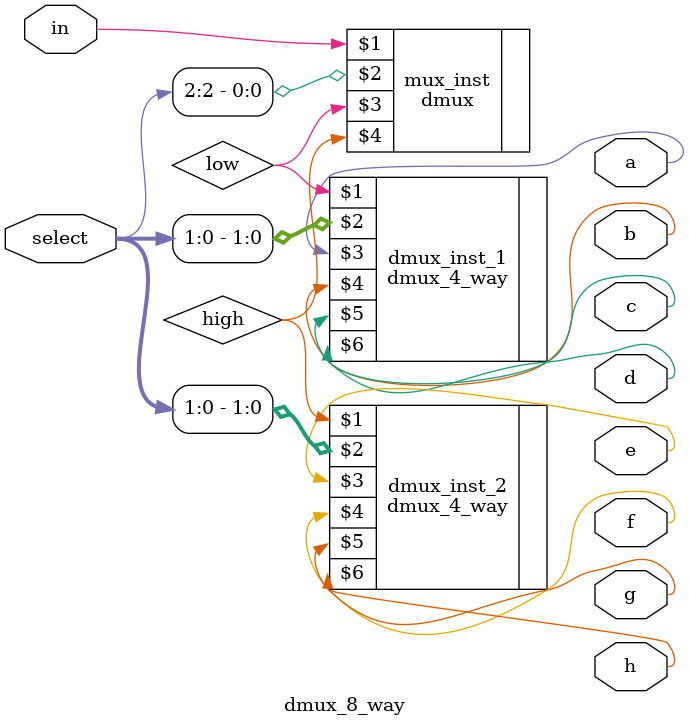
<source format=sv>
`ifndef dmux_4_way
  `include "dmux_4_way.sv"
`endif
`define dmux_8_way 1

module dmux_8_way(
  input       in,
  input [2:0] select,
  output      a,
  output      b,
  output      c,
  output      d,
  output      e,
  output      f,
  output      g,
  output      h
);

  wire low, high;
  dmux #(1) mux_inst(in, select[2], low, high);
  dmux_4_way #(1) dmux_inst_1(low , select[1:0], a, b, c, d);
  dmux_4_way #(2) dmux_inst_2(high, select[1:0], e, f, g, h);

endmodule

</source>
